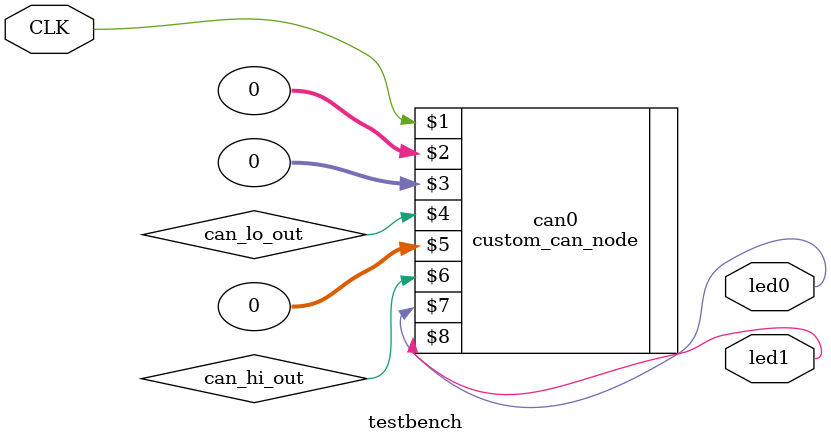
<source format=v>
`timescale 1ns / 1ps


module testbench(CLK, led0, led1);
    input CLK;
    output wire led0, led1;
    
    wire can_lo_out, can_hi_out;
    
    custom_can_node can0(CLK, 0, 0, can_lo_out, 0, can_hi_out, led0, led1);
endmodule

</source>
